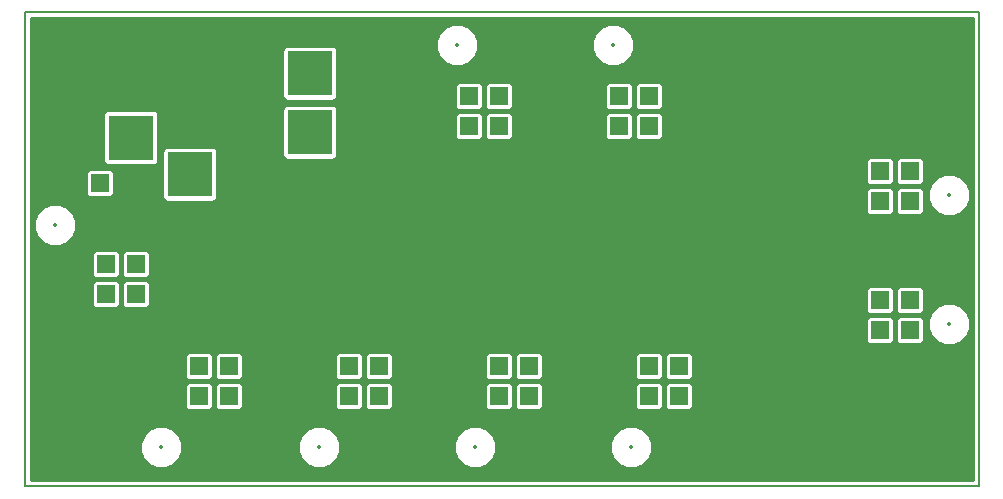
<source format=gbr>
%TF.GenerationSoftware,KiCad,Pcbnew,no-vcs-found-7409~56~ubuntu16.04.1*%
%TF.CreationDate,2017-01-20T13:42:17+01:00*%
%TF.ProjectId,UNIPOWER04A,554E49504F5745523034412E6B696361,rev?*%
%TF.FileFunction,Copper,L1,Top,Signal*%
%TF.FilePolarity,Positive*%
%FSLAX46Y46*%
G04 Gerber Fmt 4.6, Leading zero omitted, Abs format (unit mm)*
G04 Created by KiCad (PCBNEW no-vcs-found-7409~56~ubuntu16.04.1) date Fri Jan 20 13:42:17 2017*
%MOMM*%
%LPD*%
G01*
G04 APERTURE LIST*
%ADD10C,0.350000*%
%ADD11C,0.150000*%
%ADD12R,3.810000X3.810000*%
%ADD13R,1.524000X1.524000*%
%ADD14C,6.000000*%
%ADD15C,0.800000*%
%ADD16C,0.900000*%
%ADD17C,0.254000*%
%ADD18C,0.350000*%
G04 APERTURE END LIST*
D10*
D11*
X81026000Y254000D02*
X81026000Y40386000D01*
X254000Y254000D02*
X254000Y40386000D01*
X254000Y40386000D02*
X81026000Y40386000D01*
X254000Y254000D02*
X81026000Y254000D01*
D12*
X14224000Y32870000D03*
X14224000Y26670000D03*
X9224000Y29770000D03*
D13*
X6604000Y25908000D03*
X9652000Y13970000D03*
X7112000Y13970000D03*
X9652000Y16510000D03*
X7112000Y16510000D03*
X9652000Y19050000D03*
X7112000Y19050000D03*
X9652000Y21590000D03*
X7112000Y21590000D03*
X20066000Y10414000D03*
X20066000Y7874000D03*
X17526000Y10414000D03*
X17526000Y7874000D03*
X14986000Y10414000D03*
X14986000Y7874000D03*
X12446000Y10414000D03*
X12446000Y7874000D03*
X37846000Y7874000D03*
X37846000Y10414000D03*
X40386000Y7874000D03*
X40386000Y10414000D03*
X42926000Y7874000D03*
X42926000Y10414000D03*
X45466000Y7874000D03*
X45466000Y10414000D03*
X48006000Y30734000D03*
X48006000Y33274000D03*
X50546000Y30734000D03*
X50546000Y33274000D03*
X53086000Y30734000D03*
X53086000Y33274000D03*
X55626000Y30734000D03*
X55626000Y33274000D03*
X35306000Y30734000D03*
X35306000Y33274000D03*
X37846000Y30734000D03*
X37846000Y33274000D03*
X40386000Y30734000D03*
X40386000Y33274000D03*
X42926000Y30734000D03*
X42926000Y33274000D03*
X75184000Y21844000D03*
X72644000Y21844000D03*
X75184000Y24384000D03*
X72644000Y24384000D03*
X75184000Y26924000D03*
X72644000Y26924000D03*
X75184000Y29464000D03*
X72644000Y29464000D03*
X25146000Y7874000D03*
X25146000Y10414000D03*
X27686000Y7874000D03*
X27686000Y10414000D03*
X30226000Y7874000D03*
X30226000Y10414000D03*
X32766000Y7874000D03*
X32766000Y10414000D03*
X50546000Y7874000D03*
X50546000Y10414000D03*
X53086000Y7874000D03*
X53086000Y10414000D03*
X55626000Y7874000D03*
X55626000Y10414000D03*
X58166000Y7874000D03*
X58166000Y10414000D03*
X75184000Y10922000D03*
X72644000Y10922000D03*
X75184000Y13462000D03*
X72644000Y13462000D03*
X75184000Y16002000D03*
X72644000Y16002000D03*
X75184000Y18542000D03*
X72644000Y18542000D03*
D14*
X76200000Y35560000D03*
X76200000Y5080000D03*
X5080000Y35560000D03*
X5080000Y5080000D03*
D12*
X24384000Y35226000D03*
X24384000Y30226000D03*
X29464000Y30226000D03*
X29464000Y35226000D03*
D15*
X55880000Y36322000D03*
X55880000Y37592000D03*
X55880000Y38608000D03*
X42418000Y35560000D03*
X42418000Y36576000D03*
X42418000Y37846000D03*
X42418000Y39116000D03*
X64516000Y18796000D03*
X66294000Y18796000D03*
X67818000Y19050000D03*
X67818000Y20574000D03*
X67818000Y22098000D03*
X67056000Y23114000D03*
X65532000Y23114000D03*
X64008000Y23114000D03*
X63754000Y21590000D03*
X70358000Y7366000D03*
X69850000Y8382000D03*
X68834000Y8382000D03*
X67818000Y8382000D03*
X66802000Y8382000D03*
X4318000Y10668000D03*
X3048000Y10668000D03*
X1778000Y10668000D03*
X20320000Y5842000D03*
X19304000Y5842000D03*
X18034000Y5842000D03*
X33782000Y5588000D03*
X32766000Y5588000D03*
X31750000Y5588000D03*
X46990000Y5842000D03*
X45974000Y6096000D03*
X44704000Y6096000D03*
X61722000Y5080000D03*
X61722000Y3810000D03*
X61722000Y2540000D03*
X58674000Y28702000D03*
X58674000Y29972000D03*
X58674000Y31496000D03*
X58674000Y33020000D03*
X58674000Y34290000D03*
X57404000Y34290000D03*
X57404000Y33020000D03*
X57404000Y31496000D03*
X57404000Y29972000D03*
X57404000Y28702000D03*
X33528000Y30480000D03*
X33528000Y31750000D03*
X33528000Y33020000D03*
X33528000Y34290000D03*
X33274000Y35560000D03*
X34544000Y35560000D03*
X46228000Y35052000D03*
X46228000Y33782000D03*
X46228000Y32512000D03*
X46228000Y31242000D03*
X46228000Y29972000D03*
X44958000Y29972000D03*
X44958000Y31242000D03*
X44958000Y32512000D03*
X44958000Y33782000D03*
X44958000Y35052000D03*
X73660000Y32766000D03*
X72390000Y32766000D03*
X71120000Y32766000D03*
X71120000Y31496000D03*
X72390000Y31496000D03*
X73914000Y31496000D03*
X75438000Y31496000D03*
X76962000Y31496000D03*
X79756000Y21336000D03*
X78486000Y21336000D03*
X77216000Y21336000D03*
X76200000Y20320000D03*
X74930000Y20320000D03*
X73660000Y20320000D03*
X72390000Y20320000D03*
X71120000Y20320000D03*
X70612000Y10414000D03*
X77216000Y9144000D03*
X75692000Y8890000D03*
X74422000Y8890000D03*
X72898000Y8890000D03*
X71628000Y8890000D03*
X59944000Y6858000D03*
X61214000Y6858000D03*
X61214000Y7874000D03*
X61214000Y9144000D03*
X59944000Y11684000D03*
X59944000Y10414000D03*
X59944000Y9144000D03*
X59944000Y7874000D03*
X48768000Y11176000D03*
X48768000Y9906000D03*
X48768000Y8636000D03*
X48768000Y7366000D03*
X47498000Y7366000D03*
X47498000Y8636000D03*
X47498000Y9906000D03*
X47498000Y11176000D03*
X36068000Y7874000D03*
X36068000Y9144000D03*
X36068000Y10414000D03*
X36068000Y11430000D03*
X34798000Y11430000D03*
X34798000Y10414000D03*
X34798000Y9144000D03*
X34798000Y7874000D03*
X10668000Y23622000D03*
X9652000Y23622000D03*
X8382000Y23622000D03*
X7112000Y23622000D03*
X10160000Y10668000D03*
X8890000Y10668000D03*
X7366000Y10668000D03*
X6096000Y10668000D03*
X6096000Y11938000D03*
X7366000Y11938000D03*
X8890000Y11938000D03*
X10160000Y11938000D03*
X22098000Y8636000D03*
X22098000Y9906000D03*
X22098000Y7366000D03*
X23114000Y7366000D03*
X23114000Y8636000D03*
X23114000Y9906000D03*
X23114000Y11176000D03*
X22098000Y11176000D03*
X17272000Y35306000D03*
X16002000Y35814000D03*
X14478000Y35814000D03*
X12954000Y35814000D03*
X11430000Y35814000D03*
X11430000Y34544000D03*
X11430000Y33020000D03*
X12192000Y29972000D03*
X13208000Y29972000D03*
X14732000Y29972000D03*
X26162000Y27432000D03*
X27432000Y27432000D03*
X28702000Y27432000D03*
X29972000Y27432000D03*
X31242000Y27432000D03*
X32512000Y27686000D03*
X32512000Y28956000D03*
X32512000Y30226000D03*
D16*
X55880000Y38608000D02*
X55880000Y37592000D01*
X42418000Y36576000D02*
X42418000Y35560000D01*
X42418000Y39116000D02*
X42418000Y37846000D01*
X67818000Y19050000D02*
X66548000Y19050000D01*
X66548000Y19050000D02*
X66294000Y18796000D01*
X67818000Y22098000D02*
X67818000Y20574000D01*
X65532000Y23114000D02*
X67056000Y23114000D01*
X63754000Y21590000D02*
X63754000Y22860000D01*
X63754000Y22860000D02*
X64008000Y23114000D01*
X68834000Y8382000D02*
X69850000Y8382000D01*
X66802000Y8382000D02*
X67818000Y8382000D01*
X1778000Y10668000D02*
X3048000Y10668000D01*
X18034000Y5842000D02*
X19304000Y5842000D01*
X31750000Y5588000D02*
X32766000Y5588000D01*
X44704000Y6096000D02*
X45974000Y6096000D01*
X61722000Y2540000D02*
X61722000Y3810000D01*
X58674000Y31496000D02*
X58674000Y29972000D01*
X58674000Y34290000D02*
X58674000Y33020000D01*
X57404000Y33020000D02*
X57404000Y34290000D01*
X57404000Y29972000D02*
X57404000Y31496000D01*
X55626000Y30734000D02*
X55626000Y30480000D01*
X55626000Y30480000D02*
X57404000Y28702000D01*
X33528000Y33020000D02*
X33528000Y31750000D01*
X33274000Y35560000D02*
X33274000Y34544000D01*
X33274000Y34544000D02*
X33528000Y34290000D01*
X35306000Y33274000D02*
X35306000Y34798000D01*
X35306000Y34798000D02*
X34544000Y35560000D01*
X46228000Y32512000D02*
X46228000Y33782000D01*
X46228000Y29972000D02*
X46228000Y31242000D01*
X44958000Y31242000D02*
X44958000Y29972000D01*
X44958000Y33782000D02*
X44958000Y32512000D01*
X42926000Y33274000D02*
X43180000Y33274000D01*
X43180000Y33274000D02*
X44958000Y35052000D01*
X71120000Y32766000D02*
X72390000Y32766000D01*
X72390000Y31496000D02*
X71120000Y31496000D01*
X75438000Y31496000D02*
X73914000Y31496000D01*
X75184000Y29464000D02*
X75184000Y29718000D01*
X75184000Y29718000D02*
X76962000Y31496000D01*
X77216000Y21336000D02*
X78486000Y21336000D01*
X74930000Y20320000D02*
X76200000Y20320000D01*
X72390000Y20320000D02*
X73660000Y20320000D01*
X72644000Y18542000D02*
X72644000Y18796000D01*
X72644000Y18796000D02*
X71120000Y20320000D01*
X75692000Y8890000D02*
X76962000Y8890000D01*
X76962000Y8890000D02*
X77216000Y9144000D01*
X72898000Y8890000D02*
X74422000Y8890000D01*
X72644000Y10922000D02*
X72644000Y9906000D01*
X72644000Y9906000D02*
X71628000Y8890000D01*
X61214000Y7874000D02*
X61214000Y6858000D01*
X59944000Y11684000D02*
X59944000Y10414000D01*
X59944000Y10414000D02*
X61214000Y9144000D01*
X59944000Y9144000D02*
X59944000Y10414000D01*
X58166000Y7874000D02*
X59944000Y7874000D01*
X48768000Y8636000D02*
X48768000Y9906000D01*
X47498000Y7366000D02*
X48768000Y7366000D01*
X47498000Y9906000D02*
X47498000Y8636000D01*
X45466000Y10414000D02*
X46736000Y10414000D01*
X46736000Y10414000D02*
X47498000Y11176000D01*
X36068000Y10414000D02*
X36068000Y9144000D01*
X34798000Y11430000D02*
X36068000Y11430000D01*
X34798000Y9144000D02*
X34798000Y10414000D01*
X32766000Y7874000D02*
X34798000Y7874000D01*
X8382000Y23622000D02*
X9652000Y23622000D01*
X7112000Y21590000D02*
X7112000Y23622000D01*
X7366000Y10668000D02*
X8890000Y10668000D01*
X6096000Y11938000D02*
X6096000Y10668000D01*
X8890000Y11938000D02*
X7366000Y11938000D01*
X12446000Y10414000D02*
X11684000Y10414000D01*
X11684000Y10414000D02*
X10160000Y11938000D01*
X22098000Y11176000D02*
X22098000Y9906000D01*
X23114000Y8636000D02*
X23114000Y7366000D01*
X23114000Y11176000D02*
X23114000Y9906000D01*
X20066000Y10414000D02*
X21336000Y10414000D01*
X21336000Y10414000D02*
X22098000Y11176000D01*
X14478000Y35814000D02*
X16002000Y35814000D01*
X11430000Y35814000D02*
X12954000Y35814000D01*
X11430000Y33020000D02*
X11430000Y34544000D01*
X13208000Y29972000D02*
X12192000Y29972000D01*
X14224000Y32870000D02*
X14224000Y30480000D01*
X14224000Y30480000D02*
X14732000Y29972000D01*
X28702000Y27432000D02*
X27432000Y27432000D01*
X31242000Y27432000D02*
X29972000Y27432000D01*
X32512000Y28956000D02*
X32512000Y27686000D01*
X29464000Y30226000D02*
X32512000Y30226000D01*
D17*
G36*
X80524000Y756000D02*
X756000Y756000D01*
X756000Y3204084D01*
X10033693Y3204084D01*
X10303655Y2550726D01*
X10803096Y2050412D01*
X11455982Y1779310D01*
X12162916Y1778693D01*
X12816274Y2048655D01*
X13316588Y2548096D01*
X13587690Y3200982D01*
X13587692Y3204084D01*
X23368693Y3204084D01*
X23638655Y2550726D01*
X24138096Y2050412D01*
X24790982Y1779310D01*
X25497916Y1778693D01*
X26151274Y2048655D01*
X26651588Y2548096D01*
X26922690Y3200982D01*
X26922692Y3204084D01*
X36576693Y3204084D01*
X36846655Y2550726D01*
X37346096Y2050412D01*
X37998982Y1779310D01*
X38705916Y1778693D01*
X39359274Y2048655D01*
X39859588Y2548096D01*
X40130690Y3200982D01*
X40130692Y3204084D01*
X49784693Y3204084D01*
X50054655Y2550726D01*
X50554096Y2050412D01*
X51206982Y1779310D01*
X51913916Y1778693D01*
X52567274Y2048655D01*
X53067588Y2548096D01*
X53338690Y3200982D01*
X53339307Y3907916D01*
X53069345Y4561274D01*
X52569904Y5061588D01*
X51917018Y5332690D01*
X51210084Y5333307D01*
X50556726Y5063345D01*
X50056412Y4563904D01*
X49785310Y3911018D01*
X49784693Y3204084D01*
X40130692Y3204084D01*
X40131307Y3907916D01*
X39861345Y4561274D01*
X39361904Y5061588D01*
X38709018Y5332690D01*
X38002084Y5333307D01*
X37348726Y5063345D01*
X36848412Y4563904D01*
X36577310Y3911018D01*
X36576693Y3204084D01*
X26922692Y3204084D01*
X26923307Y3907916D01*
X26653345Y4561274D01*
X26153904Y5061588D01*
X25501018Y5332690D01*
X24794084Y5333307D01*
X24140726Y5063345D01*
X23640412Y4563904D01*
X23369310Y3911018D01*
X23368693Y3204084D01*
X13587692Y3204084D01*
X13588307Y3907916D01*
X13318345Y4561274D01*
X12818904Y5061588D01*
X12166018Y5332690D01*
X11459084Y5333307D01*
X10805726Y5063345D01*
X10305412Y4563904D01*
X10034310Y3911018D01*
X10033693Y3204084D01*
X756000Y3204084D01*
X756000Y8636000D01*
X13788635Y8636000D01*
X13788635Y7112000D01*
X13821775Y6945393D01*
X13916150Y6804150D01*
X14057393Y6709775D01*
X14224000Y6676635D01*
X15748000Y6676635D01*
X15914607Y6709775D01*
X16055850Y6804150D01*
X16150225Y6945393D01*
X16183365Y7112000D01*
X16183365Y8636000D01*
X16328635Y8636000D01*
X16328635Y7112000D01*
X16361775Y6945393D01*
X16456150Y6804150D01*
X16597393Y6709775D01*
X16764000Y6676635D01*
X18288000Y6676635D01*
X18454607Y6709775D01*
X18595850Y6804150D01*
X18690225Y6945393D01*
X18723365Y7112000D01*
X18723365Y8636000D01*
X26488635Y8636000D01*
X26488635Y7112000D01*
X26521775Y6945393D01*
X26616150Y6804150D01*
X26757393Y6709775D01*
X26924000Y6676635D01*
X28448000Y6676635D01*
X28614607Y6709775D01*
X28755850Y6804150D01*
X28850225Y6945393D01*
X28883365Y7112000D01*
X28883365Y8636000D01*
X29028635Y8636000D01*
X29028635Y7112000D01*
X29061775Y6945393D01*
X29156150Y6804150D01*
X29297393Y6709775D01*
X29464000Y6676635D01*
X30988000Y6676635D01*
X31154607Y6709775D01*
X31295850Y6804150D01*
X31390225Y6945393D01*
X31423365Y7112000D01*
X31423365Y8636000D01*
X39188635Y8636000D01*
X39188635Y7112000D01*
X39221775Y6945393D01*
X39316150Y6804150D01*
X39457393Y6709775D01*
X39624000Y6676635D01*
X41148000Y6676635D01*
X41314607Y6709775D01*
X41455850Y6804150D01*
X41550225Y6945393D01*
X41583365Y7112000D01*
X41583365Y8636000D01*
X41728635Y8636000D01*
X41728635Y7112000D01*
X41761775Y6945393D01*
X41856150Y6804150D01*
X41997393Y6709775D01*
X42164000Y6676635D01*
X43688000Y6676635D01*
X43854607Y6709775D01*
X43995850Y6804150D01*
X44090225Y6945393D01*
X44123365Y7112000D01*
X44123365Y8636000D01*
X51888635Y8636000D01*
X51888635Y7112000D01*
X51921775Y6945393D01*
X52016150Y6804150D01*
X52157393Y6709775D01*
X52324000Y6676635D01*
X53848000Y6676635D01*
X54014607Y6709775D01*
X54155850Y6804150D01*
X54250225Y6945393D01*
X54283365Y7112000D01*
X54283365Y8636000D01*
X54428635Y8636000D01*
X54428635Y7112000D01*
X54461775Y6945393D01*
X54556150Y6804150D01*
X54697393Y6709775D01*
X54864000Y6676635D01*
X56388000Y6676635D01*
X56554607Y6709775D01*
X56695850Y6804150D01*
X56790225Y6945393D01*
X56823365Y7112000D01*
X56823365Y8636000D01*
X56790225Y8802607D01*
X56695850Y8943850D01*
X56554607Y9038225D01*
X56388000Y9071365D01*
X54864000Y9071365D01*
X54697393Y9038225D01*
X54556150Y8943850D01*
X54461775Y8802607D01*
X54428635Y8636000D01*
X54283365Y8636000D01*
X54250225Y8802607D01*
X54155850Y8943850D01*
X54014607Y9038225D01*
X53848000Y9071365D01*
X52324000Y9071365D01*
X52157393Y9038225D01*
X52016150Y8943850D01*
X51921775Y8802607D01*
X51888635Y8636000D01*
X44123365Y8636000D01*
X44090225Y8802607D01*
X43995850Y8943850D01*
X43854607Y9038225D01*
X43688000Y9071365D01*
X42164000Y9071365D01*
X41997393Y9038225D01*
X41856150Y8943850D01*
X41761775Y8802607D01*
X41728635Y8636000D01*
X41583365Y8636000D01*
X41550225Y8802607D01*
X41455850Y8943850D01*
X41314607Y9038225D01*
X41148000Y9071365D01*
X39624000Y9071365D01*
X39457393Y9038225D01*
X39316150Y8943850D01*
X39221775Y8802607D01*
X39188635Y8636000D01*
X31423365Y8636000D01*
X31390225Y8802607D01*
X31295850Y8943850D01*
X31154607Y9038225D01*
X30988000Y9071365D01*
X29464000Y9071365D01*
X29297393Y9038225D01*
X29156150Y8943850D01*
X29061775Y8802607D01*
X29028635Y8636000D01*
X28883365Y8636000D01*
X28850225Y8802607D01*
X28755850Y8943850D01*
X28614607Y9038225D01*
X28448000Y9071365D01*
X26924000Y9071365D01*
X26757393Y9038225D01*
X26616150Y8943850D01*
X26521775Y8802607D01*
X26488635Y8636000D01*
X18723365Y8636000D01*
X18690225Y8802607D01*
X18595850Y8943850D01*
X18454607Y9038225D01*
X18288000Y9071365D01*
X16764000Y9071365D01*
X16597393Y9038225D01*
X16456150Y8943850D01*
X16361775Y8802607D01*
X16328635Y8636000D01*
X16183365Y8636000D01*
X16150225Y8802607D01*
X16055850Y8943850D01*
X15914607Y9038225D01*
X15748000Y9071365D01*
X14224000Y9071365D01*
X14057393Y9038225D01*
X13916150Y8943850D01*
X13821775Y8802607D01*
X13788635Y8636000D01*
X756000Y8636000D01*
X756000Y11176000D01*
X13788635Y11176000D01*
X13788635Y9652000D01*
X13821775Y9485393D01*
X13916150Y9344150D01*
X14057393Y9249775D01*
X14224000Y9216635D01*
X15748000Y9216635D01*
X15914607Y9249775D01*
X16055850Y9344150D01*
X16150225Y9485393D01*
X16183365Y9652000D01*
X16183365Y11176000D01*
X16328635Y11176000D01*
X16328635Y9652000D01*
X16361775Y9485393D01*
X16456150Y9344150D01*
X16597393Y9249775D01*
X16764000Y9216635D01*
X18288000Y9216635D01*
X18454607Y9249775D01*
X18595850Y9344150D01*
X18690225Y9485393D01*
X18723365Y9652000D01*
X18723365Y11176000D01*
X26488635Y11176000D01*
X26488635Y9652000D01*
X26521775Y9485393D01*
X26616150Y9344150D01*
X26757393Y9249775D01*
X26924000Y9216635D01*
X28448000Y9216635D01*
X28614607Y9249775D01*
X28755850Y9344150D01*
X28850225Y9485393D01*
X28883365Y9652000D01*
X28883365Y11176000D01*
X29028635Y11176000D01*
X29028635Y9652000D01*
X29061775Y9485393D01*
X29156150Y9344150D01*
X29297393Y9249775D01*
X29464000Y9216635D01*
X30988000Y9216635D01*
X31154607Y9249775D01*
X31295850Y9344150D01*
X31390225Y9485393D01*
X31423365Y9652000D01*
X31423365Y11176000D01*
X39188635Y11176000D01*
X39188635Y9652000D01*
X39221775Y9485393D01*
X39316150Y9344150D01*
X39457393Y9249775D01*
X39624000Y9216635D01*
X41148000Y9216635D01*
X41314607Y9249775D01*
X41455850Y9344150D01*
X41550225Y9485393D01*
X41583365Y9652000D01*
X41583365Y11176000D01*
X41728635Y11176000D01*
X41728635Y9652000D01*
X41761775Y9485393D01*
X41856150Y9344150D01*
X41997393Y9249775D01*
X42164000Y9216635D01*
X43688000Y9216635D01*
X43854607Y9249775D01*
X43995850Y9344150D01*
X44090225Y9485393D01*
X44123365Y9652000D01*
X44123365Y11176000D01*
X51888635Y11176000D01*
X51888635Y9652000D01*
X51921775Y9485393D01*
X52016150Y9344150D01*
X52157393Y9249775D01*
X52324000Y9216635D01*
X53848000Y9216635D01*
X54014607Y9249775D01*
X54155850Y9344150D01*
X54250225Y9485393D01*
X54283365Y9652000D01*
X54283365Y11176000D01*
X54428635Y11176000D01*
X54428635Y9652000D01*
X54461775Y9485393D01*
X54556150Y9344150D01*
X54697393Y9249775D01*
X54864000Y9216635D01*
X56388000Y9216635D01*
X56554607Y9249775D01*
X56695850Y9344150D01*
X56790225Y9485393D01*
X56823365Y9652000D01*
X56823365Y11176000D01*
X56790225Y11342607D01*
X56695850Y11483850D01*
X56554607Y11578225D01*
X56388000Y11611365D01*
X54864000Y11611365D01*
X54697393Y11578225D01*
X54556150Y11483850D01*
X54461775Y11342607D01*
X54428635Y11176000D01*
X54283365Y11176000D01*
X54250225Y11342607D01*
X54155850Y11483850D01*
X54014607Y11578225D01*
X53848000Y11611365D01*
X52324000Y11611365D01*
X52157393Y11578225D01*
X52016150Y11483850D01*
X51921775Y11342607D01*
X51888635Y11176000D01*
X44123365Y11176000D01*
X44090225Y11342607D01*
X43995850Y11483850D01*
X43854607Y11578225D01*
X43688000Y11611365D01*
X42164000Y11611365D01*
X41997393Y11578225D01*
X41856150Y11483850D01*
X41761775Y11342607D01*
X41728635Y11176000D01*
X41583365Y11176000D01*
X41550225Y11342607D01*
X41455850Y11483850D01*
X41314607Y11578225D01*
X41148000Y11611365D01*
X39624000Y11611365D01*
X39457393Y11578225D01*
X39316150Y11483850D01*
X39221775Y11342607D01*
X39188635Y11176000D01*
X31423365Y11176000D01*
X31390225Y11342607D01*
X31295850Y11483850D01*
X31154607Y11578225D01*
X30988000Y11611365D01*
X29464000Y11611365D01*
X29297393Y11578225D01*
X29156150Y11483850D01*
X29061775Y11342607D01*
X29028635Y11176000D01*
X28883365Y11176000D01*
X28850225Y11342607D01*
X28755850Y11483850D01*
X28614607Y11578225D01*
X28448000Y11611365D01*
X26924000Y11611365D01*
X26757393Y11578225D01*
X26616150Y11483850D01*
X26521775Y11342607D01*
X26488635Y11176000D01*
X18723365Y11176000D01*
X18690225Y11342607D01*
X18595850Y11483850D01*
X18454607Y11578225D01*
X18288000Y11611365D01*
X16764000Y11611365D01*
X16597393Y11578225D01*
X16456150Y11483850D01*
X16361775Y11342607D01*
X16328635Y11176000D01*
X16183365Y11176000D01*
X16150225Y11342607D01*
X16055850Y11483850D01*
X15914607Y11578225D01*
X15748000Y11611365D01*
X14224000Y11611365D01*
X14057393Y11578225D01*
X13916150Y11483850D01*
X13821775Y11342607D01*
X13788635Y11176000D01*
X756000Y11176000D01*
X756000Y14224000D01*
X71446635Y14224000D01*
X71446635Y12700000D01*
X71479775Y12533393D01*
X71574150Y12392150D01*
X71715393Y12297775D01*
X71882000Y12264635D01*
X73406000Y12264635D01*
X73572607Y12297775D01*
X73713850Y12392150D01*
X73808225Y12533393D01*
X73841365Y12700000D01*
X73841365Y14224000D01*
X73986635Y14224000D01*
X73986635Y12700000D01*
X74019775Y12533393D01*
X74114150Y12392150D01*
X74255393Y12297775D01*
X74422000Y12264635D01*
X75946000Y12264635D01*
X76112607Y12297775D01*
X76253850Y12392150D01*
X76348225Y12533393D01*
X76381365Y12700000D01*
X76381365Y13618084D01*
X76708693Y13618084D01*
X76978655Y12964726D01*
X77478096Y12464412D01*
X78130982Y12193310D01*
X78837916Y12192693D01*
X79491274Y12462655D01*
X79991588Y12962096D01*
X80262690Y13614982D01*
X80263307Y14321916D01*
X79993345Y14975274D01*
X79493904Y15475588D01*
X78841018Y15746690D01*
X78134084Y15747307D01*
X77480726Y15477345D01*
X76980412Y14977904D01*
X76709310Y14325018D01*
X76708693Y13618084D01*
X76381365Y13618084D01*
X76381365Y14224000D01*
X76348225Y14390607D01*
X76253850Y14531850D01*
X76112607Y14626225D01*
X75946000Y14659365D01*
X74422000Y14659365D01*
X74255393Y14626225D01*
X74114150Y14531850D01*
X74019775Y14390607D01*
X73986635Y14224000D01*
X73841365Y14224000D01*
X73808225Y14390607D01*
X73713850Y14531850D01*
X73572607Y14626225D01*
X73406000Y14659365D01*
X71882000Y14659365D01*
X71715393Y14626225D01*
X71574150Y14531850D01*
X71479775Y14390607D01*
X71446635Y14224000D01*
X756000Y14224000D01*
X756000Y17272000D01*
X5914635Y17272000D01*
X5914635Y15748000D01*
X5947775Y15581393D01*
X6042150Y15440150D01*
X6183393Y15345775D01*
X6350000Y15312635D01*
X7874000Y15312635D01*
X8040607Y15345775D01*
X8181850Y15440150D01*
X8276225Y15581393D01*
X8309365Y15748000D01*
X8309365Y17272000D01*
X8454635Y17272000D01*
X8454635Y15748000D01*
X8487775Y15581393D01*
X8582150Y15440150D01*
X8723393Y15345775D01*
X8890000Y15312635D01*
X10414000Y15312635D01*
X10580607Y15345775D01*
X10721850Y15440150D01*
X10816225Y15581393D01*
X10849365Y15748000D01*
X10849365Y16764000D01*
X71446635Y16764000D01*
X71446635Y15240000D01*
X71479775Y15073393D01*
X71574150Y14932150D01*
X71715393Y14837775D01*
X71882000Y14804635D01*
X73406000Y14804635D01*
X73572607Y14837775D01*
X73713850Y14932150D01*
X73808225Y15073393D01*
X73841365Y15240000D01*
X73841365Y16764000D01*
X73986635Y16764000D01*
X73986635Y15240000D01*
X74019775Y15073393D01*
X74114150Y14932150D01*
X74255393Y14837775D01*
X74422000Y14804635D01*
X75946000Y14804635D01*
X76112607Y14837775D01*
X76253850Y14932150D01*
X76348225Y15073393D01*
X76381365Y15240000D01*
X76381365Y16764000D01*
X76348225Y16930607D01*
X76253850Y17071850D01*
X76112607Y17166225D01*
X75946000Y17199365D01*
X74422000Y17199365D01*
X74255393Y17166225D01*
X74114150Y17071850D01*
X74019775Y16930607D01*
X73986635Y16764000D01*
X73841365Y16764000D01*
X73808225Y16930607D01*
X73713850Y17071850D01*
X73572607Y17166225D01*
X73406000Y17199365D01*
X71882000Y17199365D01*
X71715393Y17166225D01*
X71574150Y17071850D01*
X71479775Y16930607D01*
X71446635Y16764000D01*
X10849365Y16764000D01*
X10849365Y17272000D01*
X10816225Y17438607D01*
X10721850Y17579850D01*
X10580607Y17674225D01*
X10414000Y17707365D01*
X8890000Y17707365D01*
X8723393Y17674225D01*
X8582150Y17579850D01*
X8487775Y17438607D01*
X8454635Y17272000D01*
X8309365Y17272000D01*
X8276225Y17438607D01*
X8181850Y17579850D01*
X8040607Y17674225D01*
X7874000Y17707365D01*
X6350000Y17707365D01*
X6183393Y17674225D01*
X6042150Y17579850D01*
X5947775Y17438607D01*
X5914635Y17272000D01*
X756000Y17272000D01*
X756000Y19812000D01*
X5914635Y19812000D01*
X5914635Y18288000D01*
X5947775Y18121393D01*
X6042150Y17980150D01*
X6183393Y17885775D01*
X6350000Y17852635D01*
X7874000Y17852635D01*
X8040607Y17885775D01*
X8181850Y17980150D01*
X8276225Y18121393D01*
X8309365Y18288000D01*
X8309365Y19812000D01*
X8454635Y19812000D01*
X8454635Y18288000D01*
X8487775Y18121393D01*
X8582150Y17980150D01*
X8723393Y17885775D01*
X8890000Y17852635D01*
X10414000Y17852635D01*
X10580607Y17885775D01*
X10721850Y17980150D01*
X10816225Y18121393D01*
X10849365Y18288000D01*
X10849365Y19812000D01*
X10816225Y19978607D01*
X10721850Y20119850D01*
X10580607Y20214225D01*
X10414000Y20247365D01*
X8890000Y20247365D01*
X8723393Y20214225D01*
X8582150Y20119850D01*
X8487775Y19978607D01*
X8454635Y19812000D01*
X8309365Y19812000D01*
X8276225Y19978607D01*
X8181850Y20119850D01*
X8040607Y20214225D01*
X7874000Y20247365D01*
X6350000Y20247365D01*
X6183393Y20214225D01*
X6042150Y20119850D01*
X5947775Y19978607D01*
X5914635Y19812000D01*
X756000Y19812000D01*
X756000Y22000084D01*
X1016693Y22000084D01*
X1286655Y21346726D01*
X1786096Y20846412D01*
X2438982Y20575310D01*
X3145916Y20574693D01*
X3799274Y20844655D01*
X4299588Y21344096D01*
X4570690Y21996982D01*
X4571307Y22703916D01*
X4301345Y23357274D01*
X3801904Y23857588D01*
X3149018Y24128690D01*
X2442084Y24129307D01*
X1788726Y23859345D01*
X1288412Y23359904D01*
X1017310Y22707018D01*
X1016693Y22000084D01*
X756000Y22000084D01*
X756000Y26670000D01*
X5406635Y26670000D01*
X5406635Y25146000D01*
X5439775Y24979393D01*
X5534150Y24838150D01*
X5675393Y24743775D01*
X5842000Y24710635D01*
X7366000Y24710635D01*
X7532607Y24743775D01*
X7673850Y24838150D01*
X7768225Y24979393D01*
X7801365Y25146000D01*
X7801365Y26670000D01*
X7768225Y26836607D01*
X7673850Y26977850D01*
X7532607Y27072225D01*
X7366000Y27105365D01*
X5842000Y27105365D01*
X5675393Y27072225D01*
X5534150Y26977850D01*
X5439775Y26836607D01*
X5406635Y26670000D01*
X756000Y26670000D01*
X756000Y31675000D01*
X6883635Y31675000D01*
X6883635Y27865000D01*
X6916775Y27698393D01*
X7011150Y27557150D01*
X7152393Y27462775D01*
X7319000Y27429635D01*
X11129000Y27429635D01*
X11295607Y27462775D01*
X11436850Y27557150D01*
X11531225Y27698393D01*
X11564365Y27865000D01*
X11564365Y28575000D01*
X11883635Y28575000D01*
X11883635Y24765000D01*
X11916775Y24598393D01*
X12011150Y24457150D01*
X12152393Y24362775D01*
X12319000Y24329635D01*
X16129000Y24329635D01*
X16295607Y24362775D01*
X16436850Y24457150D01*
X16531225Y24598393D01*
X16564365Y24765000D01*
X16564365Y25146000D01*
X71446635Y25146000D01*
X71446635Y23622000D01*
X71479775Y23455393D01*
X71574150Y23314150D01*
X71715393Y23219775D01*
X71882000Y23186635D01*
X73406000Y23186635D01*
X73572607Y23219775D01*
X73713850Y23314150D01*
X73808225Y23455393D01*
X73841365Y23622000D01*
X73841365Y25146000D01*
X73986635Y25146000D01*
X73986635Y23622000D01*
X74019775Y23455393D01*
X74114150Y23314150D01*
X74255393Y23219775D01*
X74422000Y23186635D01*
X75946000Y23186635D01*
X76112607Y23219775D01*
X76253850Y23314150D01*
X76348225Y23455393D01*
X76381365Y23622000D01*
X76381365Y24540084D01*
X76708693Y24540084D01*
X76978655Y23886726D01*
X77478096Y23386412D01*
X78130982Y23115310D01*
X78837916Y23114693D01*
X79491274Y23384655D01*
X79991588Y23884096D01*
X80262690Y24536982D01*
X80263307Y25243916D01*
X79993345Y25897274D01*
X79493904Y26397588D01*
X78841018Y26668690D01*
X78134084Y26669307D01*
X77480726Y26399345D01*
X76980412Y25899904D01*
X76709310Y25247018D01*
X76708693Y24540084D01*
X76381365Y24540084D01*
X76381365Y25146000D01*
X76348225Y25312607D01*
X76253850Y25453850D01*
X76112607Y25548225D01*
X75946000Y25581365D01*
X74422000Y25581365D01*
X74255393Y25548225D01*
X74114150Y25453850D01*
X74019775Y25312607D01*
X73986635Y25146000D01*
X73841365Y25146000D01*
X73808225Y25312607D01*
X73713850Y25453850D01*
X73572607Y25548225D01*
X73406000Y25581365D01*
X71882000Y25581365D01*
X71715393Y25548225D01*
X71574150Y25453850D01*
X71479775Y25312607D01*
X71446635Y25146000D01*
X16564365Y25146000D01*
X16564365Y27686000D01*
X71446635Y27686000D01*
X71446635Y26162000D01*
X71479775Y25995393D01*
X71574150Y25854150D01*
X71715393Y25759775D01*
X71882000Y25726635D01*
X73406000Y25726635D01*
X73572607Y25759775D01*
X73713850Y25854150D01*
X73808225Y25995393D01*
X73841365Y26162000D01*
X73841365Y27686000D01*
X73986635Y27686000D01*
X73986635Y26162000D01*
X74019775Y25995393D01*
X74114150Y25854150D01*
X74255393Y25759775D01*
X74422000Y25726635D01*
X75946000Y25726635D01*
X76112607Y25759775D01*
X76253850Y25854150D01*
X76348225Y25995393D01*
X76381365Y26162000D01*
X76381365Y27686000D01*
X76348225Y27852607D01*
X76253850Y27993850D01*
X76112607Y28088225D01*
X75946000Y28121365D01*
X74422000Y28121365D01*
X74255393Y28088225D01*
X74114150Y27993850D01*
X74019775Y27852607D01*
X73986635Y27686000D01*
X73841365Y27686000D01*
X73808225Y27852607D01*
X73713850Y27993850D01*
X73572607Y28088225D01*
X73406000Y28121365D01*
X71882000Y28121365D01*
X71715393Y28088225D01*
X71574150Y27993850D01*
X71479775Y27852607D01*
X71446635Y27686000D01*
X16564365Y27686000D01*
X16564365Y28575000D01*
X16531225Y28741607D01*
X16436850Y28882850D01*
X16295607Y28977225D01*
X16129000Y29010365D01*
X12319000Y29010365D01*
X12152393Y28977225D01*
X12011150Y28882850D01*
X11916775Y28741607D01*
X11883635Y28575000D01*
X11564365Y28575000D01*
X11564365Y31675000D01*
X11531225Y31841607D01*
X11436850Y31982850D01*
X11295607Y32077225D01*
X11129000Y32110365D01*
X7319000Y32110365D01*
X7152393Y32077225D01*
X7011150Y31982850D01*
X6916775Y31841607D01*
X6883635Y31675000D01*
X756000Y31675000D01*
X756000Y32131000D01*
X22043635Y32131000D01*
X22043635Y28321000D01*
X22076775Y28154393D01*
X22171150Y28013150D01*
X22312393Y27918775D01*
X22479000Y27885635D01*
X26289000Y27885635D01*
X26455607Y27918775D01*
X26596850Y28013150D01*
X26691225Y28154393D01*
X26724365Y28321000D01*
X26724365Y31496000D01*
X36648635Y31496000D01*
X36648635Y29972000D01*
X36681775Y29805393D01*
X36776150Y29664150D01*
X36917393Y29569775D01*
X37084000Y29536635D01*
X38608000Y29536635D01*
X38774607Y29569775D01*
X38915850Y29664150D01*
X39010225Y29805393D01*
X39043365Y29972000D01*
X39043365Y31496000D01*
X39188635Y31496000D01*
X39188635Y29972000D01*
X39221775Y29805393D01*
X39316150Y29664150D01*
X39457393Y29569775D01*
X39624000Y29536635D01*
X41148000Y29536635D01*
X41314607Y29569775D01*
X41455850Y29664150D01*
X41550225Y29805393D01*
X41583365Y29972000D01*
X41583365Y31496000D01*
X49348635Y31496000D01*
X49348635Y29972000D01*
X49381775Y29805393D01*
X49476150Y29664150D01*
X49617393Y29569775D01*
X49784000Y29536635D01*
X51308000Y29536635D01*
X51474607Y29569775D01*
X51615850Y29664150D01*
X51710225Y29805393D01*
X51743365Y29972000D01*
X51743365Y31496000D01*
X51888635Y31496000D01*
X51888635Y29972000D01*
X51921775Y29805393D01*
X52016150Y29664150D01*
X52157393Y29569775D01*
X52324000Y29536635D01*
X53848000Y29536635D01*
X54014607Y29569775D01*
X54155850Y29664150D01*
X54250225Y29805393D01*
X54283365Y29972000D01*
X54283365Y31496000D01*
X54250225Y31662607D01*
X54155850Y31803850D01*
X54014607Y31898225D01*
X53848000Y31931365D01*
X52324000Y31931365D01*
X52157393Y31898225D01*
X52016150Y31803850D01*
X51921775Y31662607D01*
X51888635Y31496000D01*
X51743365Y31496000D01*
X51710225Y31662607D01*
X51615850Y31803850D01*
X51474607Y31898225D01*
X51308000Y31931365D01*
X49784000Y31931365D01*
X49617393Y31898225D01*
X49476150Y31803850D01*
X49381775Y31662607D01*
X49348635Y31496000D01*
X41583365Y31496000D01*
X41550225Y31662607D01*
X41455850Y31803850D01*
X41314607Y31898225D01*
X41148000Y31931365D01*
X39624000Y31931365D01*
X39457393Y31898225D01*
X39316150Y31803850D01*
X39221775Y31662607D01*
X39188635Y31496000D01*
X39043365Y31496000D01*
X39010225Y31662607D01*
X38915850Y31803850D01*
X38774607Y31898225D01*
X38608000Y31931365D01*
X37084000Y31931365D01*
X36917393Y31898225D01*
X36776150Y31803850D01*
X36681775Y31662607D01*
X36648635Y31496000D01*
X26724365Y31496000D01*
X26724365Y32131000D01*
X26691225Y32297607D01*
X26596850Y32438850D01*
X26455607Y32533225D01*
X26289000Y32566365D01*
X22479000Y32566365D01*
X22312393Y32533225D01*
X22171150Y32438850D01*
X22076775Y32297607D01*
X22043635Y32131000D01*
X756000Y32131000D01*
X756000Y37131000D01*
X22043635Y37131000D01*
X22043635Y33321000D01*
X22076775Y33154393D01*
X22171150Y33013150D01*
X22312393Y32918775D01*
X22479000Y32885635D01*
X26289000Y32885635D01*
X26455607Y32918775D01*
X26596850Y33013150D01*
X26691225Y33154393D01*
X26724365Y33321000D01*
X26724365Y34036000D01*
X36648635Y34036000D01*
X36648635Y32512000D01*
X36681775Y32345393D01*
X36776150Y32204150D01*
X36917393Y32109775D01*
X37084000Y32076635D01*
X38608000Y32076635D01*
X38774607Y32109775D01*
X38915850Y32204150D01*
X39010225Y32345393D01*
X39043365Y32512000D01*
X39043365Y34036000D01*
X39188635Y34036000D01*
X39188635Y32512000D01*
X39221775Y32345393D01*
X39316150Y32204150D01*
X39457393Y32109775D01*
X39624000Y32076635D01*
X41148000Y32076635D01*
X41314607Y32109775D01*
X41455850Y32204150D01*
X41550225Y32345393D01*
X41583365Y32512000D01*
X41583365Y34036000D01*
X49348635Y34036000D01*
X49348635Y32512000D01*
X49381775Y32345393D01*
X49476150Y32204150D01*
X49617393Y32109775D01*
X49784000Y32076635D01*
X51308000Y32076635D01*
X51474607Y32109775D01*
X51615850Y32204150D01*
X51710225Y32345393D01*
X51743365Y32512000D01*
X51743365Y34036000D01*
X51888635Y34036000D01*
X51888635Y32512000D01*
X51921775Y32345393D01*
X52016150Y32204150D01*
X52157393Y32109775D01*
X52324000Y32076635D01*
X53848000Y32076635D01*
X54014607Y32109775D01*
X54155850Y32204150D01*
X54250225Y32345393D01*
X54283365Y32512000D01*
X54283365Y34036000D01*
X54250225Y34202607D01*
X54155850Y34343850D01*
X54014607Y34438225D01*
X53848000Y34471365D01*
X52324000Y34471365D01*
X52157393Y34438225D01*
X52016150Y34343850D01*
X51921775Y34202607D01*
X51888635Y34036000D01*
X51743365Y34036000D01*
X51710225Y34202607D01*
X51615850Y34343850D01*
X51474607Y34438225D01*
X51308000Y34471365D01*
X49784000Y34471365D01*
X49617393Y34438225D01*
X49476150Y34343850D01*
X49381775Y34202607D01*
X49348635Y34036000D01*
X41583365Y34036000D01*
X41550225Y34202607D01*
X41455850Y34343850D01*
X41314607Y34438225D01*
X41148000Y34471365D01*
X39624000Y34471365D01*
X39457393Y34438225D01*
X39316150Y34343850D01*
X39221775Y34202607D01*
X39188635Y34036000D01*
X39043365Y34036000D01*
X39010225Y34202607D01*
X38915850Y34343850D01*
X38774607Y34438225D01*
X38608000Y34471365D01*
X37084000Y34471365D01*
X36917393Y34438225D01*
X36776150Y34343850D01*
X36681775Y34202607D01*
X36648635Y34036000D01*
X26724365Y34036000D01*
X26724365Y37131000D01*
X26702667Y37240084D01*
X35052693Y37240084D01*
X35322655Y36586726D01*
X35822096Y36086412D01*
X36474982Y35815310D01*
X37181916Y35814693D01*
X37835274Y36084655D01*
X38335588Y36584096D01*
X38606690Y37236982D01*
X38606692Y37240084D01*
X48260693Y37240084D01*
X48530655Y36586726D01*
X49030096Y36086412D01*
X49682982Y35815310D01*
X50389916Y35814693D01*
X51043274Y36084655D01*
X51543588Y36584096D01*
X51814690Y37236982D01*
X51815307Y37943916D01*
X51545345Y38597274D01*
X51045904Y39097588D01*
X50393018Y39368690D01*
X49686084Y39369307D01*
X49032726Y39099345D01*
X48532412Y38599904D01*
X48261310Y37947018D01*
X48260693Y37240084D01*
X38606692Y37240084D01*
X38607307Y37943916D01*
X38337345Y38597274D01*
X37837904Y39097588D01*
X37185018Y39368690D01*
X36478084Y39369307D01*
X35824726Y39099345D01*
X35324412Y38599904D01*
X35053310Y37947018D01*
X35052693Y37240084D01*
X26702667Y37240084D01*
X26691225Y37297607D01*
X26596850Y37438850D01*
X26455607Y37533225D01*
X26289000Y37566365D01*
X22479000Y37566365D01*
X22312393Y37533225D01*
X22171150Y37438850D01*
X22076775Y37297607D01*
X22043635Y37131000D01*
X756000Y37131000D01*
X756000Y39884000D01*
X80524000Y39884000D01*
X80524000Y756000D01*
X80524000Y756000D01*
G37*
X80524000Y756000D02*
X756000Y756000D01*
X756000Y3204084D01*
X10033693Y3204084D01*
X10303655Y2550726D01*
X10803096Y2050412D01*
X11455982Y1779310D01*
X12162916Y1778693D01*
X12816274Y2048655D01*
X13316588Y2548096D01*
X13587690Y3200982D01*
X13587692Y3204084D01*
X23368693Y3204084D01*
X23638655Y2550726D01*
X24138096Y2050412D01*
X24790982Y1779310D01*
X25497916Y1778693D01*
X26151274Y2048655D01*
X26651588Y2548096D01*
X26922690Y3200982D01*
X26922692Y3204084D01*
X36576693Y3204084D01*
X36846655Y2550726D01*
X37346096Y2050412D01*
X37998982Y1779310D01*
X38705916Y1778693D01*
X39359274Y2048655D01*
X39859588Y2548096D01*
X40130690Y3200982D01*
X40130692Y3204084D01*
X49784693Y3204084D01*
X50054655Y2550726D01*
X50554096Y2050412D01*
X51206982Y1779310D01*
X51913916Y1778693D01*
X52567274Y2048655D01*
X53067588Y2548096D01*
X53338690Y3200982D01*
X53339307Y3907916D01*
X53069345Y4561274D01*
X52569904Y5061588D01*
X51917018Y5332690D01*
X51210084Y5333307D01*
X50556726Y5063345D01*
X50056412Y4563904D01*
X49785310Y3911018D01*
X49784693Y3204084D01*
X40130692Y3204084D01*
X40131307Y3907916D01*
X39861345Y4561274D01*
X39361904Y5061588D01*
X38709018Y5332690D01*
X38002084Y5333307D01*
X37348726Y5063345D01*
X36848412Y4563904D01*
X36577310Y3911018D01*
X36576693Y3204084D01*
X26922692Y3204084D01*
X26923307Y3907916D01*
X26653345Y4561274D01*
X26153904Y5061588D01*
X25501018Y5332690D01*
X24794084Y5333307D01*
X24140726Y5063345D01*
X23640412Y4563904D01*
X23369310Y3911018D01*
X23368693Y3204084D01*
X13587692Y3204084D01*
X13588307Y3907916D01*
X13318345Y4561274D01*
X12818904Y5061588D01*
X12166018Y5332690D01*
X11459084Y5333307D01*
X10805726Y5063345D01*
X10305412Y4563904D01*
X10034310Y3911018D01*
X10033693Y3204084D01*
X756000Y3204084D01*
X756000Y8636000D01*
X13788635Y8636000D01*
X13788635Y7112000D01*
X13821775Y6945393D01*
X13916150Y6804150D01*
X14057393Y6709775D01*
X14224000Y6676635D01*
X15748000Y6676635D01*
X15914607Y6709775D01*
X16055850Y6804150D01*
X16150225Y6945393D01*
X16183365Y7112000D01*
X16183365Y8636000D01*
X16328635Y8636000D01*
X16328635Y7112000D01*
X16361775Y6945393D01*
X16456150Y6804150D01*
X16597393Y6709775D01*
X16764000Y6676635D01*
X18288000Y6676635D01*
X18454607Y6709775D01*
X18595850Y6804150D01*
X18690225Y6945393D01*
X18723365Y7112000D01*
X18723365Y8636000D01*
X26488635Y8636000D01*
X26488635Y7112000D01*
X26521775Y6945393D01*
X26616150Y6804150D01*
X26757393Y6709775D01*
X26924000Y6676635D01*
X28448000Y6676635D01*
X28614607Y6709775D01*
X28755850Y6804150D01*
X28850225Y6945393D01*
X28883365Y7112000D01*
X28883365Y8636000D01*
X29028635Y8636000D01*
X29028635Y7112000D01*
X29061775Y6945393D01*
X29156150Y6804150D01*
X29297393Y6709775D01*
X29464000Y6676635D01*
X30988000Y6676635D01*
X31154607Y6709775D01*
X31295850Y6804150D01*
X31390225Y6945393D01*
X31423365Y7112000D01*
X31423365Y8636000D01*
X39188635Y8636000D01*
X39188635Y7112000D01*
X39221775Y6945393D01*
X39316150Y6804150D01*
X39457393Y6709775D01*
X39624000Y6676635D01*
X41148000Y6676635D01*
X41314607Y6709775D01*
X41455850Y6804150D01*
X41550225Y6945393D01*
X41583365Y7112000D01*
X41583365Y8636000D01*
X41728635Y8636000D01*
X41728635Y7112000D01*
X41761775Y6945393D01*
X41856150Y6804150D01*
X41997393Y6709775D01*
X42164000Y6676635D01*
X43688000Y6676635D01*
X43854607Y6709775D01*
X43995850Y6804150D01*
X44090225Y6945393D01*
X44123365Y7112000D01*
X44123365Y8636000D01*
X51888635Y8636000D01*
X51888635Y7112000D01*
X51921775Y6945393D01*
X52016150Y6804150D01*
X52157393Y6709775D01*
X52324000Y6676635D01*
X53848000Y6676635D01*
X54014607Y6709775D01*
X54155850Y6804150D01*
X54250225Y6945393D01*
X54283365Y7112000D01*
X54283365Y8636000D01*
X54428635Y8636000D01*
X54428635Y7112000D01*
X54461775Y6945393D01*
X54556150Y6804150D01*
X54697393Y6709775D01*
X54864000Y6676635D01*
X56388000Y6676635D01*
X56554607Y6709775D01*
X56695850Y6804150D01*
X56790225Y6945393D01*
X56823365Y7112000D01*
X56823365Y8636000D01*
X56790225Y8802607D01*
X56695850Y8943850D01*
X56554607Y9038225D01*
X56388000Y9071365D01*
X54864000Y9071365D01*
X54697393Y9038225D01*
X54556150Y8943850D01*
X54461775Y8802607D01*
X54428635Y8636000D01*
X54283365Y8636000D01*
X54250225Y8802607D01*
X54155850Y8943850D01*
X54014607Y9038225D01*
X53848000Y9071365D01*
X52324000Y9071365D01*
X52157393Y9038225D01*
X52016150Y8943850D01*
X51921775Y8802607D01*
X51888635Y8636000D01*
X44123365Y8636000D01*
X44090225Y8802607D01*
X43995850Y8943850D01*
X43854607Y9038225D01*
X43688000Y9071365D01*
X42164000Y9071365D01*
X41997393Y9038225D01*
X41856150Y8943850D01*
X41761775Y8802607D01*
X41728635Y8636000D01*
X41583365Y8636000D01*
X41550225Y8802607D01*
X41455850Y8943850D01*
X41314607Y9038225D01*
X41148000Y9071365D01*
X39624000Y9071365D01*
X39457393Y9038225D01*
X39316150Y8943850D01*
X39221775Y8802607D01*
X39188635Y8636000D01*
X31423365Y8636000D01*
X31390225Y8802607D01*
X31295850Y8943850D01*
X31154607Y9038225D01*
X30988000Y9071365D01*
X29464000Y9071365D01*
X29297393Y9038225D01*
X29156150Y8943850D01*
X29061775Y8802607D01*
X29028635Y8636000D01*
X28883365Y8636000D01*
X28850225Y8802607D01*
X28755850Y8943850D01*
X28614607Y9038225D01*
X28448000Y9071365D01*
X26924000Y9071365D01*
X26757393Y9038225D01*
X26616150Y8943850D01*
X26521775Y8802607D01*
X26488635Y8636000D01*
X18723365Y8636000D01*
X18690225Y8802607D01*
X18595850Y8943850D01*
X18454607Y9038225D01*
X18288000Y9071365D01*
X16764000Y9071365D01*
X16597393Y9038225D01*
X16456150Y8943850D01*
X16361775Y8802607D01*
X16328635Y8636000D01*
X16183365Y8636000D01*
X16150225Y8802607D01*
X16055850Y8943850D01*
X15914607Y9038225D01*
X15748000Y9071365D01*
X14224000Y9071365D01*
X14057393Y9038225D01*
X13916150Y8943850D01*
X13821775Y8802607D01*
X13788635Y8636000D01*
X756000Y8636000D01*
X756000Y11176000D01*
X13788635Y11176000D01*
X13788635Y9652000D01*
X13821775Y9485393D01*
X13916150Y9344150D01*
X14057393Y9249775D01*
X14224000Y9216635D01*
X15748000Y9216635D01*
X15914607Y9249775D01*
X16055850Y9344150D01*
X16150225Y9485393D01*
X16183365Y9652000D01*
X16183365Y11176000D01*
X16328635Y11176000D01*
X16328635Y9652000D01*
X16361775Y9485393D01*
X16456150Y9344150D01*
X16597393Y9249775D01*
X16764000Y9216635D01*
X18288000Y9216635D01*
X18454607Y9249775D01*
X18595850Y9344150D01*
X18690225Y9485393D01*
X18723365Y9652000D01*
X18723365Y11176000D01*
X26488635Y11176000D01*
X26488635Y9652000D01*
X26521775Y9485393D01*
X26616150Y9344150D01*
X26757393Y9249775D01*
X26924000Y9216635D01*
X28448000Y9216635D01*
X28614607Y9249775D01*
X28755850Y9344150D01*
X28850225Y9485393D01*
X28883365Y9652000D01*
X28883365Y11176000D01*
X29028635Y11176000D01*
X29028635Y9652000D01*
X29061775Y9485393D01*
X29156150Y9344150D01*
X29297393Y9249775D01*
X29464000Y9216635D01*
X30988000Y9216635D01*
X31154607Y9249775D01*
X31295850Y9344150D01*
X31390225Y9485393D01*
X31423365Y9652000D01*
X31423365Y11176000D01*
X39188635Y11176000D01*
X39188635Y9652000D01*
X39221775Y9485393D01*
X39316150Y9344150D01*
X39457393Y9249775D01*
X39624000Y9216635D01*
X41148000Y9216635D01*
X41314607Y9249775D01*
X41455850Y9344150D01*
X41550225Y9485393D01*
X41583365Y9652000D01*
X41583365Y11176000D01*
X41728635Y11176000D01*
X41728635Y9652000D01*
X41761775Y9485393D01*
X41856150Y9344150D01*
X41997393Y9249775D01*
X42164000Y9216635D01*
X43688000Y9216635D01*
X43854607Y9249775D01*
X43995850Y9344150D01*
X44090225Y9485393D01*
X44123365Y9652000D01*
X44123365Y11176000D01*
X51888635Y11176000D01*
X51888635Y9652000D01*
X51921775Y9485393D01*
X52016150Y9344150D01*
X52157393Y9249775D01*
X52324000Y9216635D01*
X53848000Y9216635D01*
X54014607Y9249775D01*
X54155850Y9344150D01*
X54250225Y9485393D01*
X54283365Y9652000D01*
X54283365Y11176000D01*
X54428635Y11176000D01*
X54428635Y9652000D01*
X54461775Y9485393D01*
X54556150Y9344150D01*
X54697393Y9249775D01*
X54864000Y9216635D01*
X56388000Y9216635D01*
X56554607Y9249775D01*
X56695850Y9344150D01*
X56790225Y9485393D01*
X56823365Y9652000D01*
X56823365Y11176000D01*
X56790225Y11342607D01*
X56695850Y11483850D01*
X56554607Y11578225D01*
X56388000Y11611365D01*
X54864000Y11611365D01*
X54697393Y11578225D01*
X54556150Y11483850D01*
X54461775Y11342607D01*
X54428635Y11176000D01*
X54283365Y11176000D01*
X54250225Y11342607D01*
X54155850Y11483850D01*
X54014607Y11578225D01*
X53848000Y11611365D01*
X52324000Y11611365D01*
X52157393Y11578225D01*
X52016150Y11483850D01*
X51921775Y11342607D01*
X51888635Y11176000D01*
X44123365Y11176000D01*
X44090225Y11342607D01*
X43995850Y11483850D01*
X43854607Y11578225D01*
X43688000Y11611365D01*
X42164000Y11611365D01*
X41997393Y11578225D01*
X41856150Y11483850D01*
X41761775Y11342607D01*
X41728635Y11176000D01*
X41583365Y11176000D01*
X41550225Y11342607D01*
X41455850Y11483850D01*
X41314607Y11578225D01*
X41148000Y11611365D01*
X39624000Y11611365D01*
X39457393Y11578225D01*
X39316150Y11483850D01*
X39221775Y11342607D01*
X39188635Y11176000D01*
X31423365Y11176000D01*
X31390225Y11342607D01*
X31295850Y11483850D01*
X31154607Y11578225D01*
X30988000Y11611365D01*
X29464000Y11611365D01*
X29297393Y11578225D01*
X29156150Y11483850D01*
X29061775Y11342607D01*
X29028635Y11176000D01*
X28883365Y11176000D01*
X28850225Y11342607D01*
X28755850Y11483850D01*
X28614607Y11578225D01*
X28448000Y11611365D01*
X26924000Y11611365D01*
X26757393Y11578225D01*
X26616150Y11483850D01*
X26521775Y11342607D01*
X26488635Y11176000D01*
X18723365Y11176000D01*
X18690225Y11342607D01*
X18595850Y11483850D01*
X18454607Y11578225D01*
X18288000Y11611365D01*
X16764000Y11611365D01*
X16597393Y11578225D01*
X16456150Y11483850D01*
X16361775Y11342607D01*
X16328635Y11176000D01*
X16183365Y11176000D01*
X16150225Y11342607D01*
X16055850Y11483850D01*
X15914607Y11578225D01*
X15748000Y11611365D01*
X14224000Y11611365D01*
X14057393Y11578225D01*
X13916150Y11483850D01*
X13821775Y11342607D01*
X13788635Y11176000D01*
X756000Y11176000D01*
X756000Y14224000D01*
X71446635Y14224000D01*
X71446635Y12700000D01*
X71479775Y12533393D01*
X71574150Y12392150D01*
X71715393Y12297775D01*
X71882000Y12264635D01*
X73406000Y12264635D01*
X73572607Y12297775D01*
X73713850Y12392150D01*
X73808225Y12533393D01*
X73841365Y12700000D01*
X73841365Y14224000D01*
X73986635Y14224000D01*
X73986635Y12700000D01*
X74019775Y12533393D01*
X74114150Y12392150D01*
X74255393Y12297775D01*
X74422000Y12264635D01*
X75946000Y12264635D01*
X76112607Y12297775D01*
X76253850Y12392150D01*
X76348225Y12533393D01*
X76381365Y12700000D01*
X76381365Y13618084D01*
X76708693Y13618084D01*
X76978655Y12964726D01*
X77478096Y12464412D01*
X78130982Y12193310D01*
X78837916Y12192693D01*
X79491274Y12462655D01*
X79991588Y12962096D01*
X80262690Y13614982D01*
X80263307Y14321916D01*
X79993345Y14975274D01*
X79493904Y15475588D01*
X78841018Y15746690D01*
X78134084Y15747307D01*
X77480726Y15477345D01*
X76980412Y14977904D01*
X76709310Y14325018D01*
X76708693Y13618084D01*
X76381365Y13618084D01*
X76381365Y14224000D01*
X76348225Y14390607D01*
X76253850Y14531850D01*
X76112607Y14626225D01*
X75946000Y14659365D01*
X74422000Y14659365D01*
X74255393Y14626225D01*
X74114150Y14531850D01*
X74019775Y14390607D01*
X73986635Y14224000D01*
X73841365Y14224000D01*
X73808225Y14390607D01*
X73713850Y14531850D01*
X73572607Y14626225D01*
X73406000Y14659365D01*
X71882000Y14659365D01*
X71715393Y14626225D01*
X71574150Y14531850D01*
X71479775Y14390607D01*
X71446635Y14224000D01*
X756000Y14224000D01*
X756000Y17272000D01*
X5914635Y17272000D01*
X5914635Y15748000D01*
X5947775Y15581393D01*
X6042150Y15440150D01*
X6183393Y15345775D01*
X6350000Y15312635D01*
X7874000Y15312635D01*
X8040607Y15345775D01*
X8181850Y15440150D01*
X8276225Y15581393D01*
X8309365Y15748000D01*
X8309365Y17272000D01*
X8454635Y17272000D01*
X8454635Y15748000D01*
X8487775Y15581393D01*
X8582150Y15440150D01*
X8723393Y15345775D01*
X8890000Y15312635D01*
X10414000Y15312635D01*
X10580607Y15345775D01*
X10721850Y15440150D01*
X10816225Y15581393D01*
X10849365Y15748000D01*
X10849365Y16764000D01*
X71446635Y16764000D01*
X71446635Y15240000D01*
X71479775Y15073393D01*
X71574150Y14932150D01*
X71715393Y14837775D01*
X71882000Y14804635D01*
X73406000Y14804635D01*
X73572607Y14837775D01*
X73713850Y14932150D01*
X73808225Y15073393D01*
X73841365Y15240000D01*
X73841365Y16764000D01*
X73986635Y16764000D01*
X73986635Y15240000D01*
X74019775Y15073393D01*
X74114150Y14932150D01*
X74255393Y14837775D01*
X74422000Y14804635D01*
X75946000Y14804635D01*
X76112607Y14837775D01*
X76253850Y14932150D01*
X76348225Y15073393D01*
X76381365Y15240000D01*
X76381365Y16764000D01*
X76348225Y16930607D01*
X76253850Y17071850D01*
X76112607Y17166225D01*
X75946000Y17199365D01*
X74422000Y17199365D01*
X74255393Y17166225D01*
X74114150Y17071850D01*
X74019775Y16930607D01*
X73986635Y16764000D01*
X73841365Y16764000D01*
X73808225Y16930607D01*
X73713850Y17071850D01*
X73572607Y17166225D01*
X73406000Y17199365D01*
X71882000Y17199365D01*
X71715393Y17166225D01*
X71574150Y17071850D01*
X71479775Y16930607D01*
X71446635Y16764000D01*
X10849365Y16764000D01*
X10849365Y17272000D01*
X10816225Y17438607D01*
X10721850Y17579850D01*
X10580607Y17674225D01*
X10414000Y17707365D01*
X8890000Y17707365D01*
X8723393Y17674225D01*
X8582150Y17579850D01*
X8487775Y17438607D01*
X8454635Y17272000D01*
X8309365Y17272000D01*
X8276225Y17438607D01*
X8181850Y17579850D01*
X8040607Y17674225D01*
X7874000Y17707365D01*
X6350000Y17707365D01*
X6183393Y17674225D01*
X6042150Y17579850D01*
X5947775Y17438607D01*
X5914635Y17272000D01*
X756000Y17272000D01*
X756000Y19812000D01*
X5914635Y19812000D01*
X5914635Y18288000D01*
X5947775Y18121393D01*
X6042150Y17980150D01*
X6183393Y17885775D01*
X6350000Y17852635D01*
X7874000Y17852635D01*
X8040607Y17885775D01*
X8181850Y17980150D01*
X8276225Y18121393D01*
X8309365Y18288000D01*
X8309365Y19812000D01*
X8454635Y19812000D01*
X8454635Y18288000D01*
X8487775Y18121393D01*
X8582150Y17980150D01*
X8723393Y17885775D01*
X8890000Y17852635D01*
X10414000Y17852635D01*
X10580607Y17885775D01*
X10721850Y17980150D01*
X10816225Y18121393D01*
X10849365Y18288000D01*
X10849365Y19812000D01*
X10816225Y19978607D01*
X10721850Y20119850D01*
X10580607Y20214225D01*
X10414000Y20247365D01*
X8890000Y20247365D01*
X8723393Y20214225D01*
X8582150Y20119850D01*
X8487775Y19978607D01*
X8454635Y19812000D01*
X8309365Y19812000D01*
X8276225Y19978607D01*
X8181850Y20119850D01*
X8040607Y20214225D01*
X7874000Y20247365D01*
X6350000Y20247365D01*
X6183393Y20214225D01*
X6042150Y20119850D01*
X5947775Y19978607D01*
X5914635Y19812000D01*
X756000Y19812000D01*
X756000Y22000084D01*
X1016693Y22000084D01*
X1286655Y21346726D01*
X1786096Y20846412D01*
X2438982Y20575310D01*
X3145916Y20574693D01*
X3799274Y20844655D01*
X4299588Y21344096D01*
X4570690Y21996982D01*
X4571307Y22703916D01*
X4301345Y23357274D01*
X3801904Y23857588D01*
X3149018Y24128690D01*
X2442084Y24129307D01*
X1788726Y23859345D01*
X1288412Y23359904D01*
X1017310Y22707018D01*
X1016693Y22000084D01*
X756000Y22000084D01*
X756000Y26670000D01*
X5406635Y26670000D01*
X5406635Y25146000D01*
X5439775Y24979393D01*
X5534150Y24838150D01*
X5675393Y24743775D01*
X5842000Y24710635D01*
X7366000Y24710635D01*
X7532607Y24743775D01*
X7673850Y24838150D01*
X7768225Y24979393D01*
X7801365Y25146000D01*
X7801365Y26670000D01*
X7768225Y26836607D01*
X7673850Y26977850D01*
X7532607Y27072225D01*
X7366000Y27105365D01*
X5842000Y27105365D01*
X5675393Y27072225D01*
X5534150Y26977850D01*
X5439775Y26836607D01*
X5406635Y26670000D01*
X756000Y26670000D01*
X756000Y31675000D01*
X6883635Y31675000D01*
X6883635Y27865000D01*
X6916775Y27698393D01*
X7011150Y27557150D01*
X7152393Y27462775D01*
X7319000Y27429635D01*
X11129000Y27429635D01*
X11295607Y27462775D01*
X11436850Y27557150D01*
X11531225Y27698393D01*
X11564365Y27865000D01*
X11564365Y28575000D01*
X11883635Y28575000D01*
X11883635Y24765000D01*
X11916775Y24598393D01*
X12011150Y24457150D01*
X12152393Y24362775D01*
X12319000Y24329635D01*
X16129000Y24329635D01*
X16295607Y24362775D01*
X16436850Y24457150D01*
X16531225Y24598393D01*
X16564365Y24765000D01*
X16564365Y25146000D01*
X71446635Y25146000D01*
X71446635Y23622000D01*
X71479775Y23455393D01*
X71574150Y23314150D01*
X71715393Y23219775D01*
X71882000Y23186635D01*
X73406000Y23186635D01*
X73572607Y23219775D01*
X73713850Y23314150D01*
X73808225Y23455393D01*
X73841365Y23622000D01*
X73841365Y25146000D01*
X73986635Y25146000D01*
X73986635Y23622000D01*
X74019775Y23455393D01*
X74114150Y23314150D01*
X74255393Y23219775D01*
X74422000Y23186635D01*
X75946000Y23186635D01*
X76112607Y23219775D01*
X76253850Y23314150D01*
X76348225Y23455393D01*
X76381365Y23622000D01*
X76381365Y24540084D01*
X76708693Y24540084D01*
X76978655Y23886726D01*
X77478096Y23386412D01*
X78130982Y23115310D01*
X78837916Y23114693D01*
X79491274Y23384655D01*
X79991588Y23884096D01*
X80262690Y24536982D01*
X80263307Y25243916D01*
X79993345Y25897274D01*
X79493904Y26397588D01*
X78841018Y26668690D01*
X78134084Y26669307D01*
X77480726Y26399345D01*
X76980412Y25899904D01*
X76709310Y25247018D01*
X76708693Y24540084D01*
X76381365Y24540084D01*
X76381365Y25146000D01*
X76348225Y25312607D01*
X76253850Y25453850D01*
X76112607Y25548225D01*
X75946000Y25581365D01*
X74422000Y25581365D01*
X74255393Y25548225D01*
X74114150Y25453850D01*
X74019775Y25312607D01*
X73986635Y25146000D01*
X73841365Y25146000D01*
X73808225Y25312607D01*
X73713850Y25453850D01*
X73572607Y25548225D01*
X73406000Y25581365D01*
X71882000Y25581365D01*
X71715393Y25548225D01*
X71574150Y25453850D01*
X71479775Y25312607D01*
X71446635Y25146000D01*
X16564365Y25146000D01*
X16564365Y27686000D01*
X71446635Y27686000D01*
X71446635Y26162000D01*
X71479775Y25995393D01*
X71574150Y25854150D01*
X71715393Y25759775D01*
X71882000Y25726635D01*
X73406000Y25726635D01*
X73572607Y25759775D01*
X73713850Y25854150D01*
X73808225Y25995393D01*
X73841365Y26162000D01*
X73841365Y27686000D01*
X73986635Y27686000D01*
X73986635Y26162000D01*
X74019775Y25995393D01*
X74114150Y25854150D01*
X74255393Y25759775D01*
X74422000Y25726635D01*
X75946000Y25726635D01*
X76112607Y25759775D01*
X76253850Y25854150D01*
X76348225Y25995393D01*
X76381365Y26162000D01*
X76381365Y27686000D01*
X76348225Y27852607D01*
X76253850Y27993850D01*
X76112607Y28088225D01*
X75946000Y28121365D01*
X74422000Y28121365D01*
X74255393Y28088225D01*
X74114150Y27993850D01*
X74019775Y27852607D01*
X73986635Y27686000D01*
X73841365Y27686000D01*
X73808225Y27852607D01*
X73713850Y27993850D01*
X73572607Y28088225D01*
X73406000Y28121365D01*
X71882000Y28121365D01*
X71715393Y28088225D01*
X71574150Y27993850D01*
X71479775Y27852607D01*
X71446635Y27686000D01*
X16564365Y27686000D01*
X16564365Y28575000D01*
X16531225Y28741607D01*
X16436850Y28882850D01*
X16295607Y28977225D01*
X16129000Y29010365D01*
X12319000Y29010365D01*
X12152393Y28977225D01*
X12011150Y28882850D01*
X11916775Y28741607D01*
X11883635Y28575000D01*
X11564365Y28575000D01*
X11564365Y31675000D01*
X11531225Y31841607D01*
X11436850Y31982850D01*
X11295607Y32077225D01*
X11129000Y32110365D01*
X7319000Y32110365D01*
X7152393Y32077225D01*
X7011150Y31982850D01*
X6916775Y31841607D01*
X6883635Y31675000D01*
X756000Y31675000D01*
X756000Y32131000D01*
X22043635Y32131000D01*
X22043635Y28321000D01*
X22076775Y28154393D01*
X22171150Y28013150D01*
X22312393Y27918775D01*
X22479000Y27885635D01*
X26289000Y27885635D01*
X26455607Y27918775D01*
X26596850Y28013150D01*
X26691225Y28154393D01*
X26724365Y28321000D01*
X26724365Y31496000D01*
X36648635Y31496000D01*
X36648635Y29972000D01*
X36681775Y29805393D01*
X36776150Y29664150D01*
X36917393Y29569775D01*
X37084000Y29536635D01*
X38608000Y29536635D01*
X38774607Y29569775D01*
X38915850Y29664150D01*
X39010225Y29805393D01*
X39043365Y29972000D01*
X39043365Y31496000D01*
X39188635Y31496000D01*
X39188635Y29972000D01*
X39221775Y29805393D01*
X39316150Y29664150D01*
X39457393Y29569775D01*
X39624000Y29536635D01*
X41148000Y29536635D01*
X41314607Y29569775D01*
X41455850Y29664150D01*
X41550225Y29805393D01*
X41583365Y29972000D01*
X41583365Y31496000D01*
X49348635Y31496000D01*
X49348635Y29972000D01*
X49381775Y29805393D01*
X49476150Y29664150D01*
X49617393Y29569775D01*
X49784000Y29536635D01*
X51308000Y29536635D01*
X51474607Y29569775D01*
X51615850Y29664150D01*
X51710225Y29805393D01*
X51743365Y29972000D01*
X51743365Y31496000D01*
X51888635Y31496000D01*
X51888635Y29972000D01*
X51921775Y29805393D01*
X52016150Y29664150D01*
X52157393Y29569775D01*
X52324000Y29536635D01*
X53848000Y29536635D01*
X54014607Y29569775D01*
X54155850Y29664150D01*
X54250225Y29805393D01*
X54283365Y29972000D01*
X54283365Y31496000D01*
X54250225Y31662607D01*
X54155850Y31803850D01*
X54014607Y31898225D01*
X53848000Y31931365D01*
X52324000Y31931365D01*
X52157393Y31898225D01*
X52016150Y31803850D01*
X51921775Y31662607D01*
X51888635Y31496000D01*
X51743365Y31496000D01*
X51710225Y31662607D01*
X51615850Y31803850D01*
X51474607Y31898225D01*
X51308000Y31931365D01*
X49784000Y31931365D01*
X49617393Y31898225D01*
X49476150Y31803850D01*
X49381775Y31662607D01*
X49348635Y31496000D01*
X41583365Y31496000D01*
X41550225Y31662607D01*
X41455850Y31803850D01*
X41314607Y31898225D01*
X41148000Y31931365D01*
X39624000Y31931365D01*
X39457393Y31898225D01*
X39316150Y31803850D01*
X39221775Y31662607D01*
X39188635Y31496000D01*
X39043365Y31496000D01*
X39010225Y31662607D01*
X38915850Y31803850D01*
X38774607Y31898225D01*
X38608000Y31931365D01*
X37084000Y31931365D01*
X36917393Y31898225D01*
X36776150Y31803850D01*
X36681775Y31662607D01*
X36648635Y31496000D01*
X26724365Y31496000D01*
X26724365Y32131000D01*
X26691225Y32297607D01*
X26596850Y32438850D01*
X26455607Y32533225D01*
X26289000Y32566365D01*
X22479000Y32566365D01*
X22312393Y32533225D01*
X22171150Y32438850D01*
X22076775Y32297607D01*
X22043635Y32131000D01*
X756000Y32131000D01*
X756000Y37131000D01*
X22043635Y37131000D01*
X22043635Y33321000D01*
X22076775Y33154393D01*
X22171150Y33013150D01*
X22312393Y32918775D01*
X22479000Y32885635D01*
X26289000Y32885635D01*
X26455607Y32918775D01*
X26596850Y33013150D01*
X26691225Y33154393D01*
X26724365Y33321000D01*
X26724365Y34036000D01*
X36648635Y34036000D01*
X36648635Y32512000D01*
X36681775Y32345393D01*
X36776150Y32204150D01*
X36917393Y32109775D01*
X37084000Y32076635D01*
X38608000Y32076635D01*
X38774607Y32109775D01*
X38915850Y32204150D01*
X39010225Y32345393D01*
X39043365Y32512000D01*
X39043365Y34036000D01*
X39188635Y34036000D01*
X39188635Y32512000D01*
X39221775Y32345393D01*
X39316150Y32204150D01*
X39457393Y32109775D01*
X39624000Y32076635D01*
X41148000Y32076635D01*
X41314607Y32109775D01*
X41455850Y32204150D01*
X41550225Y32345393D01*
X41583365Y32512000D01*
X41583365Y34036000D01*
X49348635Y34036000D01*
X49348635Y32512000D01*
X49381775Y32345393D01*
X49476150Y32204150D01*
X49617393Y32109775D01*
X49784000Y32076635D01*
X51308000Y32076635D01*
X51474607Y32109775D01*
X51615850Y32204150D01*
X51710225Y32345393D01*
X51743365Y32512000D01*
X51743365Y34036000D01*
X51888635Y34036000D01*
X51888635Y32512000D01*
X51921775Y32345393D01*
X52016150Y32204150D01*
X52157393Y32109775D01*
X52324000Y32076635D01*
X53848000Y32076635D01*
X54014607Y32109775D01*
X54155850Y32204150D01*
X54250225Y32345393D01*
X54283365Y32512000D01*
X54283365Y34036000D01*
X54250225Y34202607D01*
X54155850Y34343850D01*
X54014607Y34438225D01*
X53848000Y34471365D01*
X52324000Y34471365D01*
X52157393Y34438225D01*
X52016150Y34343850D01*
X51921775Y34202607D01*
X51888635Y34036000D01*
X51743365Y34036000D01*
X51710225Y34202607D01*
X51615850Y34343850D01*
X51474607Y34438225D01*
X51308000Y34471365D01*
X49784000Y34471365D01*
X49617393Y34438225D01*
X49476150Y34343850D01*
X49381775Y34202607D01*
X49348635Y34036000D01*
X41583365Y34036000D01*
X41550225Y34202607D01*
X41455850Y34343850D01*
X41314607Y34438225D01*
X41148000Y34471365D01*
X39624000Y34471365D01*
X39457393Y34438225D01*
X39316150Y34343850D01*
X39221775Y34202607D01*
X39188635Y34036000D01*
X39043365Y34036000D01*
X39010225Y34202607D01*
X38915850Y34343850D01*
X38774607Y34438225D01*
X38608000Y34471365D01*
X37084000Y34471365D01*
X36917393Y34438225D01*
X36776150Y34343850D01*
X36681775Y34202607D01*
X36648635Y34036000D01*
X26724365Y34036000D01*
X26724365Y37131000D01*
X26702667Y37240084D01*
X35052693Y37240084D01*
X35322655Y36586726D01*
X35822096Y36086412D01*
X36474982Y35815310D01*
X37181916Y35814693D01*
X37835274Y36084655D01*
X38335588Y36584096D01*
X38606690Y37236982D01*
X38606692Y37240084D01*
X48260693Y37240084D01*
X48530655Y36586726D01*
X49030096Y36086412D01*
X49682982Y35815310D01*
X50389916Y35814693D01*
X51043274Y36084655D01*
X51543588Y36584096D01*
X51814690Y37236982D01*
X51815307Y37943916D01*
X51545345Y38597274D01*
X51045904Y39097588D01*
X50393018Y39368690D01*
X49686084Y39369307D01*
X49032726Y39099345D01*
X48532412Y38599904D01*
X48261310Y37947018D01*
X48260693Y37240084D01*
X38606692Y37240084D01*
X38607307Y37943916D01*
X38337345Y38597274D01*
X37837904Y39097588D01*
X37185018Y39368690D01*
X36478084Y39369307D01*
X35824726Y39099345D01*
X35324412Y38599904D01*
X35053310Y37947018D01*
X35052693Y37240084D01*
X26702667Y37240084D01*
X26691225Y37297607D01*
X26596850Y37438850D01*
X26455607Y37533225D01*
X26289000Y37566365D01*
X22479000Y37566365D01*
X22312393Y37533225D01*
X22171150Y37438850D01*
X22076775Y37297607D01*
X22043635Y37131000D01*
X756000Y37131000D01*
X756000Y39884000D01*
X80524000Y39884000D01*
X80524000Y756000D01*
D18*
X55880000Y36322000D03*
X55880000Y37592000D03*
X55880000Y38608000D03*
X42418000Y35560000D03*
X42418000Y36576000D03*
X42418000Y37846000D03*
X42418000Y39116000D03*
X64516000Y18796000D03*
X66294000Y18796000D03*
X67818000Y19050000D03*
X67818000Y20574000D03*
X67818000Y22098000D03*
X67056000Y23114000D03*
X65532000Y23114000D03*
X64008000Y23114000D03*
X63754000Y21590000D03*
X70358000Y7366000D03*
X69850000Y8382000D03*
X68834000Y8382000D03*
X67818000Y8382000D03*
X66802000Y8382000D03*
X4318000Y10668000D03*
X3048000Y10668000D03*
X1778000Y10668000D03*
X20320000Y5842000D03*
X19304000Y5842000D03*
X18034000Y5842000D03*
X33782000Y5588000D03*
X32766000Y5588000D03*
X31750000Y5588000D03*
X46990000Y5842000D03*
X45974000Y6096000D03*
X44704000Y6096000D03*
X61722000Y5080000D03*
X61722000Y3810000D03*
X61722000Y2540000D03*
X58674000Y28702000D03*
X58674000Y29972000D03*
X58674000Y31496000D03*
X58674000Y33020000D03*
X58674000Y34290000D03*
X57404000Y34290000D03*
X57404000Y33020000D03*
X57404000Y31496000D03*
X57404000Y29972000D03*
X57404000Y28702000D03*
X33528000Y30480000D03*
X33528000Y31750000D03*
X33528000Y33020000D03*
X33528000Y34290000D03*
X33274000Y35560000D03*
X34544000Y35560000D03*
X46228000Y35052000D03*
X46228000Y33782000D03*
X46228000Y32512000D03*
X46228000Y31242000D03*
X46228000Y29972000D03*
X44958000Y29972000D03*
X44958000Y31242000D03*
X44958000Y32512000D03*
X44958000Y33782000D03*
X44958000Y35052000D03*
X73660000Y32766000D03*
X72390000Y32766000D03*
X71120000Y32766000D03*
X71120000Y31496000D03*
X72390000Y31496000D03*
X73914000Y31496000D03*
X75438000Y31496000D03*
X76962000Y31496000D03*
X79756000Y21336000D03*
X78486000Y21336000D03*
X77216000Y21336000D03*
X76200000Y20320000D03*
X74930000Y20320000D03*
X73660000Y20320000D03*
X72390000Y20320000D03*
X71120000Y20320000D03*
X70612000Y10414000D03*
X77216000Y9144000D03*
X75692000Y8890000D03*
X74422000Y8890000D03*
X72898000Y8890000D03*
X71628000Y8890000D03*
X59944000Y6858000D03*
X61214000Y6858000D03*
X61214000Y7874000D03*
X61214000Y9144000D03*
X59944000Y11684000D03*
X59944000Y10414000D03*
X59944000Y9144000D03*
X59944000Y7874000D03*
X48768000Y11176000D03*
X48768000Y9906000D03*
X48768000Y8636000D03*
X48768000Y7366000D03*
X47498000Y7366000D03*
X47498000Y8636000D03*
X47498000Y9906000D03*
X47498000Y11176000D03*
X36068000Y7874000D03*
X36068000Y9144000D03*
X36068000Y10414000D03*
X36068000Y11430000D03*
X34798000Y11430000D03*
X34798000Y10414000D03*
X34798000Y9144000D03*
X34798000Y7874000D03*
X10668000Y23622000D03*
X9652000Y23622000D03*
X8382000Y23622000D03*
X7112000Y23622000D03*
X10160000Y10668000D03*
X8890000Y10668000D03*
X7366000Y10668000D03*
X6096000Y10668000D03*
X6096000Y11938000D03*
X7366000Y11938000D03*
X8890000Y11938000D03*
X10160000Y11938000D03*
X22098000Y8636000D03*
X22098000Y9906000D03*
X22098000Y7366000D03*
X23114000Y7366000D03*
X23114000Y8636000D03*
X23114000Y9906000D03*
X23114000Y11176000D03*
X22098000Y11176000D03*
X17272000Y35306000D03*
X16002000Y35814000D03*
X14478000Y35814000D03*
X12954000Y35814000D03*
X11430000Y35814000D03*
X11430000Y34544000D03*
X11430000Y33020000D03*
X12192000Y29972000D03*
X13208000Y29972000D03*
X14732000Y29972000D03*
X26162000Y27432000D03*
X27432000Y27432000D03*
X28702000Y27432000D03*
X29972000Y27432000D03*
X31242000Y27432000D03*
X32512000Y27686000D03*
X32512000Y28956000D03*
X32512000Y30226000D03*
X14224000Y32870000D03*
X14224000Y26670000D03*
X9224000Y29770000D03*
X2794000Y22352000D03*
X11811000Y3556000D03*
X38354000Y3556000D03*
X50038000Y37592000D03*
X36830000Y37592000D03*
X78486000Y24892000D03*
X25146000Y3556000D03*
X51562000Y3556000D03*
X78486000Y13970000D03*
X6604000Y25908000D03*
X9652000Y13970000D03*
X7112000Y13970000D03*
X9652000Y16510000D03*
X7112000Y16510000D03*
X9652000Y19050000D03*
X7112000Y19050000D03*
X9652000Y21590000D03*
X7112000Y21590000D03*
X20066000Y10414000D03*
X20066000Y7874000D03*
X17526000Y10414000D03*
X17526000Y7874000D03*
X14986000Y10414000D03*
X14986000Y7874000D03*
X12446000Y10414000D03*
X12446000Y7874000D03*
X37846000Y7874000D03*
X37846000Y10414000D03*
X40386000Y7874000D03*
X40386000Y10414000D03*
X42926000Y7874000D03*
X42926000Y10414000D03*
X45466000Y7874000D03*
X45466000Y10414000D03*
X48006000Y30734000D03*
X48006000Y33274000D03*
X50546000Y30734000D03*
X50546000Y33274000D03*
X53086000Y30734000D03*
X53086000Y33274000D03*
X55626000Y30734000D03*
X55626000Y33274000D03*
X35306000Y30734000D03*
X35306000Y33274000D03*
X37846000Y30734000D03*
X37846000Y33274000D03*
X40386000Y30734000D03*
X40386000Y33274000D03*
X42926000Y30734000D03*
X42926000Y33274000D03*
X75184000Y21844000D03*
X72644000Y21844000D03*
X75184000Y24384000D03*
X72644000Y24384000D03*
X75184000Y26924000D03*
X72644000Y26924000D03*
X75184000Y29464000D03*
X72644000Y29464000D03*
X25146000Y7874000D03*
X25146000Y10414000D03*
X27686000Y7874000D03*
X27686000Y10414000D03*
X30226000Y7874000D03*
X30226000Y10414000D03*
X32766000Y7874000D03*
X32766000Y10414000D03*
X50546000Y7874000D03*
X50546000Y10414000D03*
X53086000Y7874000D03*
X53086000Y10414000D03*
X55626000Y7874000D03*
X55626000Y10414000D03*
X58166000Y7874000D03*
X58166000Y10414000D03*
X75184000Y10922000D03*
X72644000Y10922000D03*
X75184000Y13462000D03*
X72644000Y13462000D03*
X75184000Y16002000D03*
X72644000Y16002000D03*
X75184000Y18542000D03*
X72644000Y18542000D03*
X76200000Y35560000D03*
X76200000Y5080000D03*
X5080000Y35560000D03*
X5080000Y5080000D03*
X24384000Y35226000D03*
X24384000Y30226000D03*
X29464000Y30226000D03*
X29464000Y35226000D03*
M02*

</source>
